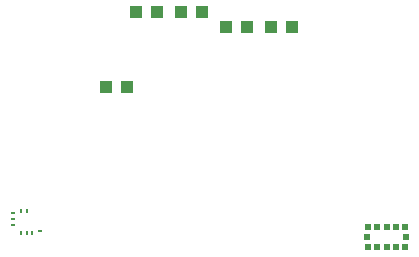
<source format=gbr>
G04 EAGLE Gerber RS-274X export*
G75*
%MOMM*%
%FSLAX34Y34*%
%LPD*%
%INSolderpaste Top*%
%IPPOS*%
%AMOC8*
5,1,8,0,0,1.08239X$1,22.5*%
G01*
%ADD10R,1.100000X1.000000*%
%ADD11R,0.450000X0.250000*%
%ADD12R,0.250000X0.450000*%
%ADD13R,0.500000X0.600000*%
%ADD14R,0.600000X0.500000*%


D10*
X499500Y482600D03*
X516500Y482600D03*
X461400Y482600D03*
X478400Y482600D03*
X436000Y419100D03*
X453000Y419100D03*
X575700Y469900D03*
X592700Y469900D03*
X537600Y469900D03*
X554600Y469900D03*
D11*
X356550Y312300D03*
X356550Y307300D03*
X356550Y302300D03*
D12*
X363300Y295550D03*
X368300Y295550D03*
X373300Y295550D03*
D11*
X380050Y297300D03*
D12*
X368300Y314050D03*
X363300Y314050D03*
D13*
X657100Y283600D03*
X665100Y283600D03*
X673100Y283600D03*
X681100Y283600D03*
X689100Y283600D03*
D14*
X689600Y292100D03*
D13*
X689100Y300600D03*
X681100Y300600D03*
X673100Y300600D03*
X665100Y300600D03*
X657100Y300600D03*
D14*
X656600Y292100D03*
M02*

</source>
